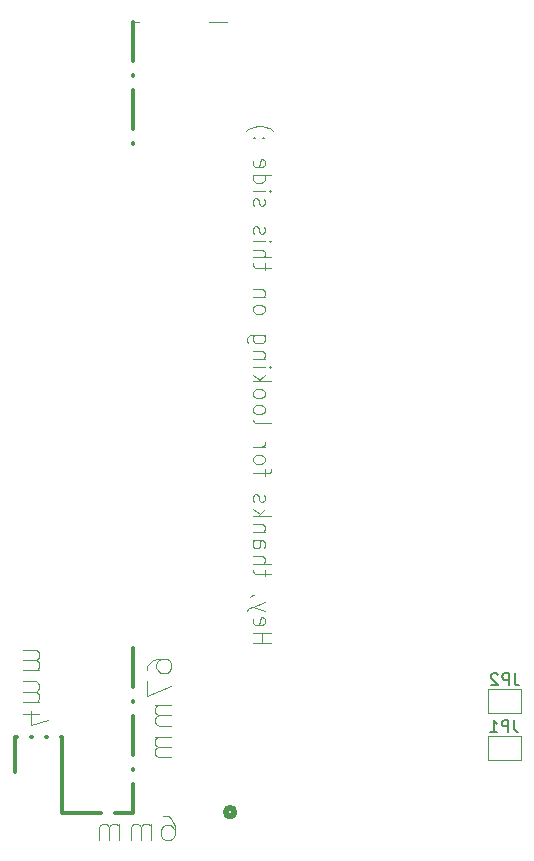
<source format=gbr>
%TF.GenerationSoftware,KiCad,Pcbnew,8.0.8*%
%TF.CreationDate,2025-01-17T17:00:29+08:00*%
%TF.ProjectId,The Button,54686520-4275-4747-946f-6e2e6b696361,rev?*%
%TF.SameCoordinates,Original*%
%TF.FileFunction,Legend,Bot*%
%TF.FilePolarity,Positive*%
%FSLAX46Y46*%
G04 Gerber Fmt 4.6, Leading zero omitted, Abs format (unit mm)*
G04 Created by KiCad (PCBNEW 8.0.8) date 2025-01-17 17:00:29*
%MOMM*%
%LPD*%
G01*
G04 APERTURE LIST*
%ADD10C,0.100000*%
%ADD11C,0.300000*%
%ADD12C,0.150000*%
%ADD13C,0.120000*%
%ADD14C,0.508000*%
G04 APERTURE END LIST*
D10*
X170188771Y-80077068D02*
X171688771Y-80077068D01*
X170974485Y-80077068D02*
X170974485Y-79219925D01*
X170188771Y-79219925D02*
X171688771Y-79219925D01*
X170260200Y-77934210D02*
X170188771Y-78077067D01*
X170188771Y-78077067D02*
X170188771Y-78362782D01*
X170188771Y-78362782D02*
X170260200Y-78505639D01*
X170260200Y-78505639D02*
X170403057Y-78577067D01*
X170403057Y-78577067D02*
X170974485Y-78577067D01*
X170974485Y-78577067D02*
X171117342Y-78505639D01*
X171117342Y-78505639D02*
X171188771Y-78362782D01*
X171188771Y-78362782D02*
X171188771Y-78077067D01*
X171188771Y-78077067D02*
X171117342Y-77934210D01*
X171117342Y-77934210D02*
X170974485Y-77862782D01*
X170974485Y-77862782D02*
X170831628Y-77862782D01*
X170831628Y-77862782D02*
X170688771Y-78577067D01*
X171188771Y-77362782D02*
X170188771Y-77005639D01*
X171188771Y-76648496D02*
X170188771Y-77005639D01*
X170188771Y-77005639D02*
X169831628Y-77148496D01*
X169831628Y-77148496D02*
X169760200Y-77219925D01*
X169760200Y-77219925D02*
X169688771Y-77362782D01*
X170260200Y-76005639D02*
X170188771Y-76005639D01*
X170188771Y-76005639D02*
X170045914Y-76077068D01*
X170045914Y-76077068D02*
X169974485Y-76148496D01*
X171188771Y-74434210D02*
X171188771Y-73862782D01*
X171688771Y-74219925D02*
X170403057Y-74219925D01*
X170403057Y-74219925D02*
X170260200Y-74148496D01*
X170260200Y-74148496D02*
X170188771Y-74005639D01*
X170188771Y-74005639D02*
X170188771Y-73862782D01*
X170188771Y-73362782D02*
X171688771Y-73362782D01*
X170188771Y-72719925D02*
X170974485Y-72719925D01*
X170974485Y-72719925D02*
X171117342Y-72791353D01*
X171117342Y-72791353D02*
X171188771Y-72934210D01*
X171188771Y-72934210D02*
X171188771Y-73148496D01*
X171188771Y-73148496D02*
X171117342Y-73291353D01*
X171117342Y-73291353D02*
X171045914Y-73362782D01*
X170188771Y-71362782D02*
X170974485Y-71362782D01*
X170974485Y-71362782D02*
X171117342Y-71434210D01*
X171117342Y-71434210D02*
X171188771Y-71577067D01*
X171188771Y-71577067D02*
X171188771Y-71862782D01*
X171188771Y-71862782D02*
X171117342Y-72005639D01*
X170260200Y-71362782D02*
X170188771Y-71505639D01*
X170188771Y-71505639D02*
X170188771Y-71862782D01*
X170188771Y-71862782D02*
X170260200Y-72005639D01*
X170260200Y-72005639D02*
X170403057Y-72077067D01*
X170403057Y-72077067D02*
X170545914Y-72077067D01*
X170545914Y-72077067D02*
X170688771Y-72005639D01*
X170688771Y-72005639D02*
X170760200Y-71862782D01*
X170760200Y-71862782D02*
X170760200Y-71505639D01*
X170760200Y-71505639D02*
X170831628Y-71362782D01*
X171188771Y-70648496D02*
X170188771Y-70648496D01*
X171045914Y-70648496D02*
X171117342Y-70577067D01*
X171117342Y-70577067D02*
X171188771Y-70434210D01*
X171188771Y-70434210D02*
X171188771Y-70219924D01*
X171188771Y-70219924D02*
X171117342Y-70077067D01*
X171117342Y-70077067D02*
X170974485Y-70005639D01*
X170974485Y-70005639D02*
X170188771Y-70005639D01*
X170188771Y-69291353D02*
X171688771Y-69291353D01*
X170760200Y-69148496D02*
X170188771Y-68719924D01*
X171188771Y-68719924D02*
X170617342Y-69291353D01*
X170260200Y-68148495D02*
X170188771Y-68005638D01*
X170188771Y-68005638D02*
X170188771Y-67719924D01*
X170188771Y-67719924D02*
X170260200Y-67577067D01*
X170260200Y-67577067D02*
X170403057Y-67505638D01*
X170403057Y-67505638D02*
X170474485Y-67505638D01*
X170474485Y-67505638D02*
X170617342Y-67577067D01*
X170617342Y-67577067D02*
X170688771Y-67719924D01*
X170688771Y-67719924D02*
X170688771Y-67934210D01*
X170688771Y-67934210D02*
X170760200Y-68077067D01*
X170760200Y-68077067D02*
X170903057Y-68148495D01*
X170903057Y-68148495D02*
X170974485Y-68148495D01*
X170974485Y-68148495D02*
X171117342Y-68077067D01*
X171117342Y-68077067D02*
X171188771Y-67934210D01*
X171188771Y-67934210D02*
X171188771Y-67719924D01*
X171188771Y-67719924D02*
X171117342Y-67577067D01*
X171188771Y-65934209D02*
X171188771Y-65362781D01*
X170188771Y-65719924D02*
X171474485Y-65719924D01*
X171474485Y-65719924D02*
X171617342Y-65648495D01*
X171617342Y-65648495D02*
X171688771Y-65505638D01*
X171688771Y-65505638D02*
X171688771Y-65362781D01*
X170188771Y-64648495D02*
X170260200Y-64791352D01*
X170260200Y-64791352D02*
X170331628Y-64862781D01*
X170331628Y-64862781D02*
X170474485Y-64934209D01*
X170474485Y-64934209D02*
X170903057Y-64934209D01*
X170903057Y-64934209D02*
X171045914Y-64862781D01*
X171045914Y-64862781D02*
X171117342Y-64791352D01*
X171117342Y-64791352D02*
X171188771Y-64648495D01*
X171188771Y-64648495D02*
X171188771Y-64434209D01*
X171188771Y-64434209D02*
X171117342Y-64291352D01*
X171117342Y-64291352D02*
X171045914Y-64219924D01*
X171045914Y-64219924D02*
X170903057Y-64148495D01*
X170903057Y-64148495D02*
X170474485Y-64148495D01*
X170474485Y-64148495D02*
X170331628Y-64219924D01*
X170331628Y-64219924D02*
X170260200Y-64291352D01*
X170260200Y-64291352D02*
X170188771Y-64434209D01*
X170188771Y-64434209D02*
X170188771Y-64648495D01*
X170188771Y-63505638D02*
X171188771Y-63505638D01*
X170903057Y-63505638D02*
X171045914Y-63434209D01*
X171045914Y-63434209D02*
X171117342Y-63362781D01*
X171117342Y-63362781D02*
X171188771Y-63219923D01*
X171188771Y-63219923D02*
X171188771Y-63077066D01*
X170188771Y-61219924D02*
X170260200Y-61362781D01*
X170260200Y-61362781D02*
X170403057Y-61434210D01*
X170403057Y-61434210D02*
X171688771Y-61434210D01*
X170188771Y-60434210D02*
X170260200Y-60577067D01*
X170260200Y-60577067D02*
X170331628Y-60648496D01*
X170331628Y-60648496D02*
X170474485Y-60719924D01*
X170474485Y-60719924D02*
X170903057Y-60719924D01*
X170903057Y-60719924D02*
X171045914Y-60648496D01*
X171045914Y-60648496D02*
X171117342Y-60577067D01*
X171117342Y-60577067D02*
X171188771Y-60434210D01*
X171188771Y-60434210D02*
X171188771Y-60219924D01*
X171188771Y-60219924D02*
X171117342Y-60077067D01*
X171117342Y-60077067D02*
X171045914Y-60005639D01*
X171045914Y-60005639D02*
X170903057Y-59934210D01*
X170903057Y-59934210D02*
X170474485Y-59934210D01*
X170474485Y-59934210D02*
X170331628Y-60005639D01*
X170331628Y-60005639D02*
X170260200Y-60077067D01*
X170260200Y-60077067D02*
X170188771Y-60219924D01*
X170188771Y-60219924D02*
X170188771Y-60434210D01*
X170188771Y-59077067D02*
X170260200Y-59219924D01*
X170260200Y-59219924D02*
X170331628Y-59291353D01*
X170331628Y-59291353D02*
X170474485Y-59362781D01*
X170474485Y-59362781D02*
X170903057Y-59362781D01*
X170903057Y-59362781D02*
X171045914Y-59291353D01*
X171045914Y-59291353D02*
X171117342Y-59219924D01*
X171117342Y-59219924D02*
X171188771Y-59077067D01*
X171188771Y-59077067D02*
X171188771Y-58862781D01*
X171188771Y-58862781D02*
X171117342Y-58719924D01*
X171117342Y-58719924D02*
X171045914Y-58648496D01*
X171045914Y-58648496D02*
X170903057Y-58577067D01*
X170903057Y-58577067D02*
X170474485Y-58577067D01*
X170474485Y-58577067D02*
X170331628Y-58648496D01*
X170331628Y-58648496D02*
X170260200Y-58719924D01*
X170260200Y-58719924D02*
X170188771Y-58862781D01*
X170188771Y-58862781D02*
X170188771Y-59077067D01*
X170188771Y-57934210D02*
X171688771Y-57934210D01*
X170760200Y-57791353D02*
X170188771Y-57362781D01*
X171188771Y-57362781D02*
X170617342Y-57934210D01*
X170188771Y-56719924D02*
X171188771Y-56719924D01*
X171688771Y-56719924D02*
X171617342Y-56791352D01*
X171617342Y-56791352D02*
X171545914Y-56719924D01*
X171545914Y-56719924D02*
X171617342Y-56648495D01*
X171617342Y-56648495D02*
X171688771Y-56719924D01*
X171688771Y-56719924D02*
X171545914Y-56719924D01*
X171188771Y-56005638D02*
X170188771Y-56005638D01*
X171045914Y-56005638D02*
X171117342Y-55934209D01*
X171117342Y-55934209D02*
X171188771Y-55791352D01*
X171188771Y-55791352D02*
X171188771Y-55577066D01*
X171188771Y-55577066D02*
X171117342Y-55434209D01*
X171117342Y-55434209D02*
X170974485Y-55362781D01*
X170974485Y-55362781D02*
X170188771Y-55362781D01*
X171188771Y-54005638D02*
X169974485Y-54005638D01*
X169974485Y-54005638D02*
X169831628Y-54077066D01*
X169831628Y-54077066D02*
X169760200Y-54148495D01*
X169760200Y-54148495D02*
X169688771Y-54291352D01*
X169688771Y-54291352D02*
X169688771Y-54505638D01*
X169688771Y-54505638D02*
X169760200Y-54648495D01*
X170260200Y-54005638D02*
X170188771Y-54148495D01*
X170188771Y-54148495D02*
X170188771Y-54434209D01*
X170188771Y-54434209D02*
X170260200Y-54577066D01*
X170260200Y-54577066D02*
X170331628Y-54648495D01*
X170331628Y-54648495D02*
X170474485Y-54719923D01*
X170474485Y-54719923D02*
X170903057Y-54719923D01*
X170903057Y-54719923D02*
X171045914Y-54648495D01*
X171045914Y-54648495D02*
X171117342Y-54577066D01*
X171117342Y-54577066D02*
X171188771Y-54434209D01*
X171188771Y-54434209D02*
X171188771Y-54148495D01*
X171188771Y-54148495D02*
X171117342Y-54005638D01*
X170188771Y-51934209D02*
X170260200Y-52077066D01*
X170260200Y-52077066D02*
X170331628Y-52148495D01*
X170331628Y-52148495D02*
X170474485Y-52219923D01*
X170474485Y-52219923D02*
X170903057Y-52219923D01*
X170903057Y-52219923D02*
X171045914Y-52148495D01*
X171045914Y-52148495D02*
X171117342Y-52077066D01*
X171117342Y-52077066D02*
X171188771Y-51934209D01*
X171188771Y-51934209D02*
X171188771Y-51719923D01*
X171188771Y-51719923D02*
X171117342Y-51577066D01*
X171117342Y-51577066D02*
X171045914Y-51505638D01*
X171045914Y-51505638D02*
X170903057Y-51434209D01*
X170903057Y-51434209D02*
X170474485Y-51434209D01*
X170474485Y-51434209D02*
X170331628Y-51505638D01*
X170331628Y-51505638D02*
X170260200Y-51577066D01*
X170260200Y-51577066D02*
X170188771Y-51719923D01*
X170188771Y-51719923D02*
X170188771Y-51934209D01*
X171188771Y-50791352D02*
X170188771Y-50791352D01*
X171045914Y-50791352D02*
X171117342Y-50719923D01*
X171117342Y-50719923D02*
X171188771Y-50577066D01*
X171188771Y-50577066D02*
X171188771Y-50362780D01*
X171188771Y-50362780D02*
X171117342Y-50219923D01*
X171117342Y-50219923D02*
X170974485Y-50148495D01*
X170974485Y-50148495D02*
X170188771Y-50148495D01*
X171188771Y-48505637D02*
X171188771Y-47934209D01*
X171688771Y-48291352D02*
X170403057Y-48291352D01*
X170403057Y-48291352D02*
X170260200Y-48219923D01*
X170260200Y-48219923D02*
X170188771Y-48077066D01*
X170188771Y-48077066D02*
X170188771Y-47934209D01*
X170188771Y-47434209D02*
X171688771Y-47434209D01*
X170188771Y-46791352D02*
X170974485Y-46791352D01*
X170974485Y-46791352D02*
X171117342Y-46862780D01*
X171117342Y-46862780D02*
X171188771Y-47005637D01*
X171188771Y-47005637D02*
X171188771Y-47219923D01*
X171188771Y-47219923D02*
X171117342Y-47362780D01*
X171117342Y-47362780D02*
X171045914Y-47434209D01*
X170188771Y-46077066D02*
X171188771Y-46077066D01*
X171688771Y-46077066D02*
X171617342Y-46148494D01*
X171617342Y-46148494D02*
X171545914Y-46077066D01*
X171545914Y-46077066D02*
X171617342Y-46005637D01*
X171617342Y-46005637D02*
X171688771Y-46077066D01*
X171688771Y-46077066D02*
X171545914Y-46077066D01*
X170260200Y-45434208D02*
X170188771Y-45291351D01*
X170188771Y-45291351D02*
X170188771Y-45005637D01*
X170188771Y-45005637D02*
X170260200Y-44862780D01*
X170260200Y-44862780D02*
X170403057Y-44791351D01*
X170403057Y-44791351D02*
X170474485Y-44791351D01*
X170474485Y-44791351D02*
X170617342Y-44862780D01*
X170617342Y-44862780D02*
X170688771Y-45005637D01*
X170688771Y-45005637D02*
X170688771Y-45219923D01*
X170688771Y-45219923D02*
X170760200Y-45362780D01*
X170760200Y-45362780D02*
X170903057Y-45434208D01*
X170903057Y-45434208D02*
X170974485Y-45434208D01*
X170974485Y-45434208D02*
X171117342Y-45362780D01*
X171117342Y-45362780D02*
X171188771Y-45219923D01*
X171188771Y-45219923D02*
X171188771Y-45005637D01*
X171188771Y-45005637D02*
X171117342Y-44862780D01*
X170260200Y-43077065D02*
X170188771Y-42934208D01*
X170188771Y-42934208D02*
X170188771Y-42648494D01*
X170188771Y-42648494D02*
X170260200Y-42505637D01*
X170260200Y-42505637D02*
X170403057Y-42434208D01*
X170403057Y-42434208D02*
X170474485Y-42434208D01*
X170474485Y-42434208D02*
X170617342Y-42505637D01*
X170617342Y-42505637D02*
X170688771Y-42648494D01*
X170688771Y-42648494D02*
X170688771Y-42862780D01*
X170688771Y-42862780D02*
X170760200Y-43005637D01*
X170760200Y-43005637D02*
X170903057Y-43077065D01*
X170903057Y-43077065D02*
X170974485Y-43077065D01*
X170974485Y-43077065D02*
X171117342Y-43005637D01*
X171117342Y-43005637D02*
X171188771Y-42862780D01*
X171188771Y-42862780D02*
X171188771Y-42648494D01*
X171188771Y-42648494D02*
X171117342Y-42505637D01*
X170188771Y-41791351D02*
X171188771Y-41791351D01*
X171688771Y-41791351D02*
X171617342Y-41862779D01*
X171617342Y-41862779D02*
X171545914Y-41791351D01*
X171545914Y-41791351D02*
X171617342Y-41719922D01*
X171617342Y-41719922D02*
X171688771Y-41791351D01*
X171688771Y-41791351D02*
X171545914Y-41791351D01*
X170188771Y-40434208D02*
X171688771Y-40434208D01*
X170260200Y-40434208D02*
X170188771Y-40577065D01*
X170188771Y-40577065D02*
X170188771Y-40862779D01*
X170188771Y-40862779D02*
X170260200Y-41005636D01*
X170260200Y-41005636D02*
X170331628Y-41077065D01*
X170331628Y-41077065D02*
X170474485Y-41148493D01*
X170474485Y-41148493D02*
X170903057Y-41148493D01*
X170903057Y-41148493D02*
X171045914Y-41077065D01*
X171045914Y-41077065D02*
X171117342Y-41005636D01*
X171117342Y-41005636D02*
X171188771Y-40862779D01*
X171188771Y-40862779D02*
X171188771Y-40577065D01*
X171188771Y-40577065D02*
X171117342Y-40434208D01*
X170260200Y-39148493D02*
X170188771Y-39291350D01*
X170188771Y-39291350D02*
X170188771Y-39577065D01*
X170188771Y-39577065D02*
X170260200Y-39719922D01*
X170260200Y-39719922D02*
X170403057Y-39791350D01*
X170403057Y-39791350D02*
X170974485Y-39791350D01*
X170974485Y-39791350D02*
X171117342Y-39719922D01*
X171117342Y-39719922D02*
X171188771Y-39577065D01*
X171188771Y-39577065D02*
X171188771Y-39291350D01*
X171188771Y-39291350D02*
X171117342Y-39148493D01*
X171117342Y-39148493D02*
X170974485Y-39077065D01*
X170974485Y-39077065D02*
X170831628Y-39077065D01*
X170831628Y-39077065D02*
X170688771Y-39791350D01*
X170331628Y-37291351D02*
X170260200Y-37219922D01*
X170260200Y-37219922D02*
X170188771Y-37291351D01*
X170188771Y-37291351D02*
X170260200Y-37362779D01*
X170260200Y-37362779D02*
X170331628Y-37291351D01*
X170331628Y-37291351D02*
X170188771Y-37291351D01*
X171117342Y-37291351D02*
X171045914Y-37219922D01*
X171045914Y-37219922D02*
X170974485Y-37291351D01*
X170974485Y-37291351D02*
X171045914Y-37362779D01*
X171045914Y-37362779D02*
X171117342Y-37291351D01*
X171117342Y-37291351D02*
X170974485Y-37291351D01*
X169617342Y-36719922D02*
X169688771Y-36648493D01*
X169688771Y-36648493D02*
X169903057Y-36505636D01*
X169903057Y-36505636D02*
X170045914Y-36434208D01*
X170045914Y-36434208D02*
X170260200Y-36362779D01*
X170260200Y-36362779D02*
X170617342Y-36291350D01*
X170617342Y-36291350D02*
X170903057Y-36291350D01*
X170903057Y-36291350D02*
X171260200Y-36362779D01*
X171260200Y-36362779D02*
X171474485Y-36434208D01*
X171474485Y-36434208D02*
X171617342Y-36505636D01*
X171617342Y-36505636D02*
X171831628Y-36648493D01*
X171831628Y-36648493D02*
X171903057Y-36719922D01*
D11*
X154000000Y-94500000D02*
X157300000Y-94500000D01*
X158500000Y-94500000D02*
X160000000Y-94500000D01*
D10*
X162600877Y-94750038D02*
X162981830Y-94750038D01*
X162981830Y-94750038D02*
X163172306Y-94845276D01*
X163172306Y-94845276D02*
X163267544Y-94940514D01*
X163267544Y-94940514D02*
X163458020Y-95226228D01*
X163458020Y-95226228D02*
X163553258Y-95607180D01*
X163553258Y-95607180D02*
X163553258Y-96369085D01*
X163553258Y-96369085D02*
X163458020Y-96559561D01*
X163458020Y-96559561D02*
X163362782Y-96654800D01*
X163362782Y-96654800D02*
X163172306Y-96750038D01*
X163172306Y-96750038D02*
X162791353Y-96750038D01*
X162791353Y-96750038D02*
X162600877Y-96654800D01*
X162600877Y-96654800D02*
X162505639Y-96559561D01*
X162505639Y-96559561D02*
X162410401Y-96369085D01*
X162410401Y-96369085D02*
X162410401Y-95892895D01*
X162410401Y-95892895D02*
X162505639Y-95702419D01*
X162505639Y-95702419D02*
X162600877Y-95607180D01*
X162600877Y-95607180D02*
X162791353Y-95511942D01*
X162791353Y-95511942D02*
X163172306Y-95511942D01*
X163172306Y-95511942D02*
X163362782Y-95607180D01*
X163362782Y-95607180D02*
X163458020Y-95702419D01*
X163458020Y-95702419D02*
X163553258Y-95892895D01*
X161553258Y-96750038D02*
X161553258Y-95416704D01*
X161553258Y-95607180D02*
X161458020Y-95511942D01*
X161458020Y-95511942D02*
X161267544Y-95416704D01*
X161267544Y-95416704D02*
X160981829Y-95416704D01*
X160981829Y-95416704D02*
X160791353Y-95511942D01*
X160791353Y-95511942D02*
X160696115Y-95702419D01*
X160696115Y-95702419D02*
X160696115Y-96750038D01*
X160696115Y-95702419D02*
X160600877Y-95511942D01*
X160600877Y-95511942D02*
X160410401Y-95416704D01*
X160410401Y-95416704D02*
X160124687Y-95416704D01*
X160124687Y-95416704D02*
X159934210Y-95511942D01*
X159934210Y-95511942D02*
X159838972Y-95702419D01*
X159838972Y-95702419D02*
X159838972Y-96750038D01*
X158886591Y-96750038D02*
X158886591Y-95416704D01*
X158886591Y-95607180D02*
X158791353Y-95511942D01*
X158791353Y-95511942D02*
X158600877Y-95416704D01*
X158600877Y-95416704D02*
X158315162Y-95416704D01*
X158315162Y-95416704D02*
X158124686Y-95511942D01*
X158124686Y-95511942D02*
X158029448Y-95702419D01*
X158029448Y-95702419D02*
X158029448Y-96750038D01*
X158029448Y-95702419D02*
X157934210Y-95511942D01*
X157934210Y-95511942D02*
X157743734Y-95416704D01*
X157743734Y-95416704D02*
X157458020Y-95416704D01*
X157458020Y-95416704D02*
X157267543Y-95511942D01*
X157267543Y-95511942D02*
X157172305Y-95702419D01*
X157172305Y-95702419D02*
X157172305Y-96750038D01*
D11*
X160000000Y-80500000D02*
X160000000Y-83800000D01*
X160000000Y-85000000D02*
X160000000Y-85060000D01*
X160000000Y-86260000D02*
X160000000Y-89560000D01*
X160000000Y-90760000D02*
X160000000Y-90820000D01*
X160000000Y-92020000D02*
X160000000Y-94500000D01*
X160000000Y-27500000D02*
X160000000Y-30800000D01*
X160000000Y-32000000D02*
X160000000Y-32060000D01*
X160000000Y-33260000D02*
X160000000Y-36560000D01*
X160000000Y-37760000D02*
X160000000Y-37820000D01*
D10*
X160500000Y-27500000D02*
X160000000Y-27500000D01*
X166500000Y-27500000D02*
X168000000Y-27500000D01*
X152083295Y-86100877D02*
X150749961Y-86100877D01*
X152845200Y-86577068D02*
X151416628Y-87053258D01*
X151416628Y-87053258D02*
X151416628Y-85815163D01*
X150749961Y-85053258D02*
X152083295Y-85053258D01*
X151892819Y-85053258D02*
X151988057Y-84958020D01*
X151988057Y-84958020D02*
X152083295Y-84767544D01*
X152083295Y-84767544D02*
X152083295Y-84481829D01*
X152083295Y-84481829D02*
X151988057Y-84291353D01*
X151988057Y-84291353D02*
X151797580Y-84196115D01*
X151797580Y-84196115D02*
X150749961Y-84196115D01*
X151797580Y-84196115D02*
X151988057Y-84100877D01*
X151988057Y-84100877D02*
X152083295Y-83910401D01*
X152083295Y-83910401D02*
X152083295Y-83624687D01*
X152083295Y-83624687D02*
X151988057Y-83434210D01*
X151988057Y-83434210D02*
X151797580Y-83338972D01*
X151797580Y-83338972D02*
X150749961Y-83338972D01*
X150749961Y-82386591D02*
X152083295Y-82386591D01*
X151892819Y-82386591D02*
X151988057Y-82291353D01*
X151988057Y-82291353D02*
X152083295Y-82100877D01*
X152083295Y-82100877D02*
X152083295Y-81815162D01*
X152083295Y-81815162D02*
X151988057Y-81624686D01*
X151988057Y-81624686D02*
X151797580Y-81529448D01*
X151797580Y-81529448D02*
X150749961Y-81529448D01*
X151797580Y-81529448D02*
X151988057Y-81434210D01*
X151988057Y-81434210D02*
X152083295Y-81243734D01*
X152083295Y-81243734D02*
X152083295Y-80958020D01*
X152083295Y-80958020D02*
X151988057Y-80767543D01*
X151988057Y-80767543D02*
X151797580Y-80672305D01*
X151797580Y-80672305D02*
X150749961Y-80672305D01*
D11*
X150000000Y-88000000D02*
X150000000Y-91000000D01*
X154000000Y-88000000D02*
X153940000Y-88000000D01*
X152740000Y-88000000D02*
X152680000Y-88000000D01*
X151480000Y-88000000D02*
X151420000Y-88000000D01*
X150220000Y-88000000D02*
X150160000Y-88000000D01*
X154000000Y-94500000D02*
X154000000Y-88000000D01*
D10*
X161250038Y-82399122D02*
X161250038Y-82018169D01*
X161250038Y-82018169D02*
X161345276Y-81827693D01*
X161345276Y-81827693D02*
X161440514Y-81732455D01*
X161440514Y-81732455D02*
X161726228Y-81541979D01*
X161726228Y-81541979D02*
X162107180Y-81446741D01*
X162107180Y-81446741D02*
X162869085Y-81446741D01*
X162869085Y-81446741D02*
X163059561Y-81541979D01*
X163059561Y-81541979D02*
X163154800Y-81637217D01*
X163154800Y-81637217D02*
X163250038Y-81827693D01*
X163250038Y-81827693D02*
X163250038Y-82208646D01*
X163250038Y-82208646D02*
X163154800Y-82399122D01*
X163154800Y-82399122D02*
X163059561Y-82494360D01*
X163059561Y-82494360D02*
X162869085Y-82589598D01*
X162869085Y-82589598D02*
X162392895Y-82589598D01*
X162392895Y-82589598D02*
X162202419Y-82494360D01*
X162202419Y-82494360D02*
X162107180Y-82399122D01*
X162107180Y-82399122D02*
X162011942Y-82208646D01*
X162011942Y-82208646D02*
X162011942Y-81827693D01*
X162011942Y-81827693D02*
X162107180Y-81637217D01*
X162107180Y-81637217D02*
X162202419Y-81541979D01*
X162202419Y-81541979D02*
X162392895Y-81446741D01*
X161250038Y-83256265D02*
X161250038Y-84589598D01*
X161250038Y-84589598D02*
X163250038Y-83732455D01*
X163250038Y-85351503D02*
X161916704Y-85351503D01*
X162107180Y-85351503D02*
X162011942Y-85446741D01*
X162011942Y-85446741D02*
X161916704Y-85637217D01*
X161916704Y-85637217D02*
X161916704Y-85922932D01*
X161916704Y-85922932D02*
X162011942Y-86113408D01*
X162011942Y-86113408D02*
X162202419Y-86208646D01*
X162202419Y-86208646D02*
X163250038Y-86208646D01*
X162202419Y-86208646D02*
X162011942Y-86303884D01*
X162011942Y-86303884D02*
X161916704Y-86494360D01*
X161916704Y-86494360D02*
X161916704Y-86780074D01*
X161916704Y-86780074D02*
X162011942Y-86970551D01*
X162011942Y-86970551D02*
X162202419Y-87065789D01*
X162202419Y-87065789D02*
X163250038Y-87065789D01*
X163250038Y-88018170D02*
X161916704Y-88018170D01*
X162107180Y-88018170D02*
X162011942Y-88113408D01*
X162011942Y-88113408D02*
X161916704Y-88303884D01*
X161916704Y-88303884D02*
X161916704Y-88589599D01*
X161916704Y-88589599D02*
X162011942Y-88780075D01*
X162011942Y-88780075D02*
X162202419Y-88875313D01*
X162202419Y-88875313D02*
X163250038Y-88875313D01*
X162202419Y-88875313D02*
X162011942Y-88970551D01*
X162011942Y-88970551D02*
X161916704Y-89161027D01*
X161916704Y-89161027D02*
X161916704Y-89446741D01*
X161916704Y-89446741D02*
X162011942Y-89637218D01*
X162011942Y-89637218D02*
X162202419Y-89732456D01*
X162202419Y-89732456D02*
X163250038Y-89732456D01*
D12*
X192333333Y-82654819D02*
X192333333Y-83369104D01*
X192333333Y-83369104D02*
X192380952Y-83511961D01*
X192380952Y-83511961D02*
X192476190Y-83607200D01*
X192476190Y-83607200D02*
X192619047Y-83654819D01*
X192619047Y-83654819D02*
X192714285Y-83654819D01*
X191857142Y-83654819D02*
X191857142Y-82654819D01*
X191857142Y-82654819D02*
X191476190Y-82654819D01*
X191476190Y-82654819D02*
X191380952Y-82702438D01*
X191380952Y-82702438D02*
X191333333Y-82750057D01*
X191333333Y-82750057D02*
X191285714Y-82845295D01*
X191285714Y-82845295D02*
X191285714Y-82988152D01*
X191285714Y-82988152D02*
X191333333Y-83083390D01*
X191333333Y-83083390D02*
X191380952Y-83131009D01*
X191380952Y-83131009D02*
X191476190Y-83178628D01*
X191476190Y-83178628D02*
X191857142Y-83178628D01*
X190904761Y-82750057D02*
X190857142Y-82702438D01*
X190857142Y-82702438D02*
X190761904Y-82654819D01*
X190761904Y-82654819D02*
X190523809Y-82654819D01*
X190523809Y-82654819D02*
X190428571Y-82702438D01*
X190428571Y-82702438D02*
X190380952Y-82750057D01*
X190380952Y-82750057D02*
X190333333Y-82845295D01*
X190333333Y-82845295D02*
X190333333Y-82940533D01*
X190333333Y-82940533D02*
X190380952Y-83083390D01*
X190380952Y-83083390D02*
X190952380Y-83654819D01*
X190952380Y-83654819D02*
X190333333Y-83654819D01*
X192290241Y-86613465D02*
X192290241Y-87327750D01*
X192290241Y-87327750D02*
X192337860Y-87470607D01*
X192337860Y-87470607D02*
X192433098Y-87565846D01*
X192433098Y-87565846D02*
X192575955Y-87613465D01*
X192575955Y-87613465D02*
X192671193Y-87613465D01*
X191814050Y-87613465D02*
X191814050Y-86613465D01*
X191814050Y-86613465D02*
X191433098Y-86613465D01*
X191433098Y-86613465D02*
X191337860Y-86661084D01*
X191337860Y-86661084D02*
X191290241Y-86708703D01*
X191290241Y-86708703D02*
X191242622Y-86803941D01*
X191242622Y-86803941D02*
X191242622Y-86946798D01*
X191242622Y-86946798D02*
X191290241Y-87042036D01*
X191290241Y-87042036D02*
X191337860Y-87089655D01*
X191337860Y-87089655D02*
X191433098Y-87137274D01*
X191433098Y-87137274D02*
X191814050Y-87137274D01*
X190290241Y-87613465D02*
X190861669Y-87613465D01*
X190575955Y-87613465D02*
X190575955Y-86613465D01*
X190575955Y-86613465D02*
X190671193Y-86756322D01*
X190671193Y-86756322D02*
X190766431Y-86851560D01*
X190766431Y-86851560D02*
X190861669Y-86899179D01*
D13*
%TO.C,JP2*%
X190100000Y-84000000D02*
X192900000Y-84000000D01*
X192900000Y-84000000D02*
X192900000Y-86000000D01*
X190100000Y-86000000D02*
X190100000Y-84000000D01*
X192900000Y-86000000D02*
X190100000Y-86000000D01*
%TO.C,JP1*%
X192856908Y-89958646D02*
X190056908Y-89958646D01*
X190056908Y-89958646D02*
X190056908Y-87958646D01*
X192856908Y-87958646D02*
X192856908Y-89958646D01*
X190056908Y-87958646D02*
X192856908Y-87958646D01*
D14*
%TO.C,J2*%
X168629400Y-94399999D02*
G75*
G02*
X167867400Y-94399999I-381000J0D01*
G01*
X167867400Y-94399999D02*
G75*
G02*
X168629400Y-94399999I381000J0D01*
G01*
%TD*%
M02*

</source>
